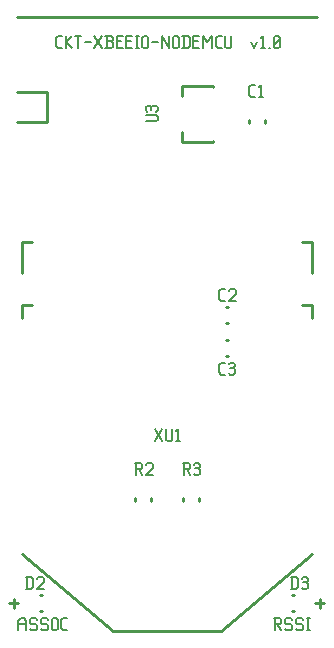
<source format=gbr>
G04 start of page 8 for group -4079 idx -4079 *
G04 Title: (unknown), topsilk *
G04 Creator: pcb 4.0.2 *
G04 CreationDate: Sat May 14 18:14:40 2022 UTC *
G04 For: railfan *
G04 Format: Gerber/RS-274X *
G04 PCB-Dimensions (mil): 1400.00 2300.00 *
G04 PCB-Coordinate-Origin: lower left *
%MOIN*%
%FSLAX25Y25*%
%LNTOPSILK*%
%ADD32C,0.0080*%
%ADD31C,0.0100*%
G54D31*X121000Y23500D02*Y20500D01*
X119500Y22000D02*X122500D01*
X19000Y23500D02*Y20500D01*
X17500Y22000D02*X20500D01*
G54D32*Y16000D02*Y13000D01*
Y16000D02*X21200Y17000D01*
X22300D01*
X23000Y16000D01*
Y13000D01*
X20500Y15000D02*X23000D01*
X26200Y17000D02*X26700Y16500D01*
X24700Y17000D02*X26200D01*
X24200Y16500D02*X24700Y17000D01*
X24200Y16500D02*Y15500D01*
X24700Y15000D01*
X26200D01*
X26700Y14500D01*
Y13500D01*
X26200Y13000D02*X26700Y13500D01*
X24700Y13000D02*X26200D01*
X24200Y13500D02*X24700Y13000D01*
X29900Y17000D02*X30400Y16500D01*
X28400Y17000D02*X29900D01*
X27900Y16500D02*X28400Y17000D01*
X27900Y16500D02*Y15500D01*
X28400Y15000D01*
X29900D01*
X30400Y14500D01*
Y13500D01*
X29900Y13000D02*X30400Y13500D01*
X28400Y13000D02*X29900D01*
X27900Y13500D02*X28400Y13000D01*
X31600Y16500D02*Y13500D01*
Y16500D02*X32100Y17000D01*
X33100D01*
X33600Y16500D01*
Y13500D01*
X33100Y13000D02*X33600Y13500D01*
X32100Y13000D02*X33100D01*
X31600Y13500D02*X32100Y13000D01*
X35500D02*X36800D01*
X34800Y13700D02*X35500Y13000D01*
X34800Y16300D02*Y13700D01*
Y16300D02*X35500Y17000D01*
X36800D01*
X105543D02*X107543D01*
X108043Y16500D01*
Y15500D01*
X107543Y15000D02*X108043Y15500D01*
X106043Y15000D02*X107543D01*
X106043Y17000D02*Y13000D01*
X106843Y15000D02*X108043Y13000D01*
X111243Y17000D02*X111743Y16500D01*
X109743Y17000D02*X111243D01*
X109243Y16500D02*X109743Y17000D01*
X109243Y16500D02*Y15500D01*
X109743Y15000D01*
X111243D01*
X111743Y14500D01*
Y13500D01*
X111243Y13000D02*X111743Y13500D01*
X109743Y13000D02*X111243D01*
X109243Y13500D02*X109743Y13000D01*
X114943Y17000D02*X115443Y16500D01*
X113443Y17000D02*X114943D01*
X112943Y16500D02*X113443Y17000D01*
X112943Y16500D02*Y15500D01*
X113443Y15000D01*
X114943D01*
X115443Y14500D01*
Y13500D01*
X114943Y13000D02*X115443Y13500D01*
X113443Y13000D02*X114943D01*
X112943Y13500D02*X113443Y13000D01*
X116643Y17000D02*X117643D01*
X117143D02*Y13000D01*
X116643D02*X117643D01*
X33700Y207000D02*X35000D01*
X33000Y207700D02*X33700Y207000D01*
X33000Y210300D02*Y207700D01*
Y210300D02*X33700Y211000D01*
X35000D01*
X36200D02*Y207000D01*
Y209000D02*X38200Y211000D01*
X36200Y209000D02*X38200Y207000D01*
X39400Y211000D02*X41400D01*
X40400D02*Y207000D01*
X42600Y209000D02*X44600D01*
X45800Y207000D02*X48300Y211000D01*
X45800D02*X48300Y207000D01*
X49500D02*X51500D01*
X52000Y207500D01*
Y208700D02*Y207500D01*
X51500Y209200D02*X52000Y208700D01*
X50000Y209200D02*X51500D01*
X50000Y211000D02*Y207000D01*
X49500Y211000D02*X51500D01*
X52000Y210500D01*
Y209700D01*
X51500Y209200D02*X52000Y209700D01*
X53200Y209200D02*X54700D01*
X53200Y207000D02*X55200D01*
X53200Y211000D02*Y207000D01*
Y211000D02*X55200D01*
X56400Y209200D02*X57900D01*
X56400Y207000D02*X58400D01*
X56400Y211000D02*Y207000D01*
Y211000D02*X58400D01*
X59600D02*X60600D01*
X60100D02*Y207000D01*
X59600D02*X60600D01*
X61800Y210500D02*Y207500D01*
Y210500D02*X62300Y211000D01*
X63300D01*
X63800Y210500D01*
Y207500D01*
X63300Y207000D02*X63800Y207500D01*
X62300Y207000D02*X63300D01*
X61800Y207500D02*X62300Y207000D01*
X65000Y209000D02*X67000D01*
X68200Y211000D02*Y207000D01*
Y211000D02*X70700Y207000D01*
Y211000D02*Y207000D01*
X71900Y210500D02*Y207500D01*
Y210500D02*X72400Y211000D01*
X73400D01*
X73900Y210500D01*
Y207500D01*
X73400Y207000D02*X73900Y207500D01*
X72400Y207000D02*X73400D01*
X71900Y207500D02*X72400Y207000D01*
X75600Y211000D02*Y207000D01*
X76900Y211000D02*X77600Y210300D01*
Y207700D01*
X76900Y207000D02*X77600Y207700D01*
X75100Y207000D02*X76900D01*
X75100Y211000D02*X76900D01*
X78800Y209200D02*X80300D01*
X78800Y207000D02*X80800D01*
X78800Y211000D02*Y207000D01*
Y211000D02*X80800D01*
X82000D02*Y207000D01*
Y211000D02*X83500Y209000D01*
X85000Y211000D01*
Y207000D01*
X86900D02*X88200D01*
X86200Y207700D02*X86900Y207000D01*
X86200Y210300D02*Y207700D01*
Y210300D02*X86900Y211000D01*
X88200D01*
X89400D02*Y207500D01*
X89900Y207000D01*
X90900D01*
X91400Y207500D01*
Y211000D02*Y207500D01*
X98000Y209000D02*X99000Y207000D01*
X100000Y209000D02*X99000Y207000D01*
X101200Y210200D02*X102000Y211000D01*
Y207000D01*
X101200D02*X102700D01*
X103900D02*X104400D01*
X105600Y207500D02*X106100Y207000D01*
X105600Y210500D02*Y207500D01*
Y210500D02*X106100Y211000D01*
X107100D01*
X107600Y210500D01*
Y207500D01*
X107100Y207000D02*X107600Y207500D01*
X106100Y207000D02*X107100D01*
X105600Y208000D02*X107600Y210000D01*
G54D31*X118307Y121350D02*Y117000D01*
X21693Y121350D02*Y117000D01*
X115000Y121350D02*X118307D01*
X21693D02*X25000D01*
X118307Y38358D02*X88110Y12649D01*
X21693Y38358D02*X51890Y12649D01*
X88110D01*
X115000Y142350D02*X118307D01*
Y132000D01*
X21693Y142350D02*X25000D01*
X21693D02*Y132000D01*
X111564Y24755D02*X112350D01*
X111564Y19245D02*X112350D01*
X80755Y56936D02*Y56150D01*
X75245Y56936D02*Y56150D01*
X64755Y56893D02*Y56107D01*
X59245Y56893D02*Y56107D01*
X27564Y19245D02*X28350D01*
X27564Y24755D02*X28350D01*
X74855Y175750D02*X85485D01*
X74855Y194250D02*X85485D01*
X74855Y179000D02*Y175750D01*
Y194250D02*Y191000D01*
X85485Y175929D02*Y175750D01*
Y194250D02*Y194071D01*
X102755Y182893D02*Y182107D01*
X97245Y182893D02*Y182107D01*
X20000Y217500D02*X120000D01*
X30000Y192500D02*X20000D01*
Y182500D02*X30000D01*
Y192500D01*
X89607Y109755D02*X90393D01*
X89607Y104245D02*X90393D01*
X89607Y120755D02*X90393D01*
X89607Y115245D02*X90393D01*
G54D32*X66000Y76000D02*X68500Y80000D01*
X66000D02*X68500Y76000D01*
X69700Y80000D02*Y76500D01*
X70200Y76000D01*
X71200D01*
X71700Y76500D01*
Y80000D02*Y76500D01*
X72900Y79200D02*X73700Y80000D01*
Y76000D01*
X72900D02*X74400D01*
X111807Y30650D02*Y26650D01*
X113107Y30650D02*X113807Y29950D01*
Y27350D01*
X113107Y26650D02*X113807Y27350D01*
X111307Y26650D02*X113107D01*
X111307Y30650D02*X113107D01*
X115007Y30150D02*X115507Y30650D01*
X116507D01*
X117007Y30150D01*
X116507Y26650D02*X117007Y27150D01*
X115507Y26650D02*X116507D01*
X115007Y27150D02*X115507Y26650D01*
Y28850D02*X116507D01*
X117007Y30150D02*Y29350D01*
Y28350D02*Y27150D01*
Y28350D02*X116507Y28850D01*
X117007Y29350D02*X116507Y28850D01*
X75307Y68650D02*X77307D01*
X77807Y68150D01*
Y67150D01*
X77307Y66650D02*X77807Y67150D01*
X75807Y66650D02*X77307D01*
X75807Y68650D02*Y64650D01*
X76607Y66650D02*X77807Y64650D01*
X79007Y68150D02*X79507Y68650D01*
X80507D01*
X81007Y68150D01*
X80507Y64650D02*X81007Y65150D01*
X79507Y64650D02*X80507D01*
X79007Y65150D02*X79507Y64650D01*
Y66850D02*X80507D01*
X81007Y68150D02*Y67350D01*
Y66350D02*Y65150D01*
Y66350D02*X80507Y66850D01*
X81007Y67350D02*X80507Y66850D01*
X59307Y68607D02*X61307D01*
X61807Y68107D01*
Y67107D01*
X61307Y66607D02*X61807Y67107D01*
X59807Y66607D02*X61307D01*
X59807Y68607D02*Y64607D01*
X60607Y66607D02*X61807Y64607D01*
X63007Y68107D02*X63507Y68607D01*
X65007D01*
X65507Y68107D01*
Y67107D01*
X63007Y64607D02*X65507Y67107D01*
X63007Y64607D02*X65507D01*
X63000Y182505D02*X66500D01*
X67000Y183005D01*
Y184005D02*Y183005D01*
Y184005D02*X66500Y184505D01*
X63000D02*X66500D01*
X63500Y185705D02*X63000Y186205D01*
Y187205D02*Y186205D01*
Y187205D02*X63500Y187705D01*
X67000Y187205D02*X66500Y187705D01*
X67000Y187205D02*Y186205D01*
X66500Y185705D02*X67000Y186205D01*
X64800Y187205D02*Y186205D01*
X63500Y187705D02*X64300D01*
X65300D02*X66500D01*
X65300D02*X64800Y187205D01*
X64300Y187705D02*X64800Y187205D01*
X98093Y190650D02*X99393D01*
X97393Y191350D02*X98093Y190650D01*
X97393Y193950D02*Y191350D01*
Y193950D02*X98093Y194650D01*
X99393D01*
X100593Y193850D02*X101393Y194650D01*
Y190650D01*
X100593D02*X102093D01*
X23393Y30650D02*Y26650D01*
X24693Y30650D02*X25393Y29950D01*
Y27350D01*
X24693Y26650D02*X25393Y27350D01*
X22893Y26650D02*X24693D01*
X22893Y30650D02*X24693D01*
X26593Y30150D02*X27093Y30650D01*
X28593D01*
X29093Y30150D01*
Y29150D01*
X26593Y26650D02*X29093Y29150D01*
X26593Y26650D02*X29093D01*
X88050Y98150D02*X89350D01*
X87350Y98850D02*X88050Y98150D01*
X87350Y101450D02*Y98850D01*
Y101450D02*X88050Y102150D01*
X89350D01*
X90550Y101650D02*X91050Y102150D01*
X92050D01*
X92550Y101650D01*
X92050Y98150D02*X92550Y98650D01*
X91050Y98150D02*X92050D01*
X90550Y98650D02*X91050Y98150D01*
Y100350D02*X92050D01*
X92550Y101650D02*Y100850D01*
Y99850D02*Y98650D01*
Y99850D02*X92050Y100350D01*
X92550Y100850D02*X92050Y100350D01*
X88050Y122650D02*X89350D01*
X87350Y123350D02*X88050Y122650D01*
X87350Y125950D02*Y123350D01*
Y125950D02*X88050Y126650D01*
X89350D01*
X90550Y126150D02*X91050Y126650D01*
X92550D01*
X93050Y126150D01*
Y125150D01*
X90550Y122650D02*X93050Y125150D01*
X90550Y122650D02*X93050D01*
M02*

</source>
